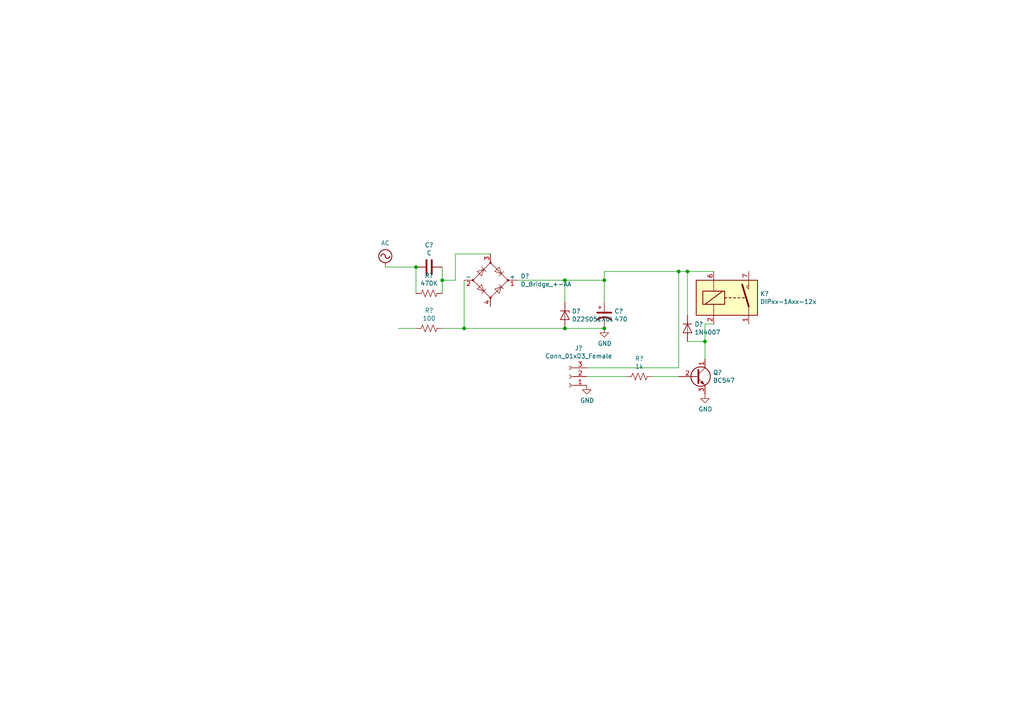
<source format=kicad_sch>
(kicad_sch (version 20211123) (generator eeschema)
  (paper "A4")
  (lib_symbols
    (symbol "proxima-rescue:1N4007-Diode" (pin_numbers hide) (pin_names (offset 1.016) hide)
      (property "Reference" "D" (at 0 2.54 0))
      (property "Value" "1N4007-Diode" (at 0 -2.54 0))
      (symbol "1N4007-Diode_0_1"
        (polyline (pts (xy -1.27 1.27) (xy -1.27 -1.27)) (stroke (width 0.2032)))
        (polyline (pts (xy 1.27 0) (xy -1.27 0)))
        (polyline (pts (xy 1.27 1.27) (xy 1.27 -1.27) (xy -1.27 0) (xy 1.27 1.27)) (stroke (width 0.2032)))
      )
      (symbol "1N4007-Diode_1_1"
        (pin passive line (at -3.81 0 0) (length 2.54) (name "K") (number "1"))
        (pin passive line (at 3.81 0 180) (length 2.54) (name "A") (number "2"))
      )
    )
    (symbol "proxima-rescue:AC-power" (power) (pin_names (offset 0))
      (property "Value" "AC-power" (at 0 6.35 0))
      (symbol "AC-power_0_1"
        (polyline (pts (xy 0 0) (xy 0 1.27)))
        (arc (start 0 3.175) (mid -0.635 3.81) (end -1.27 3.175) (stroke (width 0.254)))
        (arc (start 0 3.175) (mid 0.635 2.54) (end 1.27 3.175) (stroke (width 0.254)))
        (circle (center 0 3.175) (radius 1.905) (stroke (width 0.254)))
      )
      (symbol "AC-power_1_1"
        (pin power_in line (at 0 0 90) (length 0) hide (name "AC") (number "1"))
      )
    )
    (symbol "proxima-rescue:BC547-Transistor_BJT" (pin_names (offset 0) hide)
      (property "Reference" "Q" (at 5.08 1.905 0))
      (property "Value" "BC547-Transistor_BJT" (at 5.08 0 0))
      (symbol "BC547-Transistor_BJT_0_1"
        (polyline (pts (xy 0 0) (xy 0.635 0)))
        (polyline (pts (xy 0.635 0.635) (xy 2.54 2.54)))
        (polyline (pts (xy 0.635 -0.635) (xy 2.54 -2.54) (xy 2.54 -2.54)))
        (polyline (pts (xy 0.635 1.905) (xy 0.635 -1.905) (xy 0.635 -1.905)) (stroke (width 0.508)))
        (polyline (pts (xy 1.27 -1.778) (xy 1.778 -1.27) (xy 2.286 -2.286) (xy 1.27 -1.778) (xy 1.27 -1.778)) (fill (type outline)))
        (circle (center 1.27 0) (radius 2.8194) (stroke (width 0.254)))
      )
      (symbol "BC547-Transistor_BJT_1_1"
        (pin passive line (at 2.54 5.08 270) (length 2.54) (name "C") (number "1"))
        (pin input line (at -5.08 0 0) (length 5.08) (name "B") (number "2"))
        (pin passive line (at 2.54 -5.08 90) (length 2.54) (name "E") (number "3"))
      )
    )
    (symbol "proxima-rescue:C-Device" (pin_numbers hide) (pin_names (offset 0.254))
      (property "Reference" "C" (at 0.635 2.54 0))
      (property "Value" "C-Device" (at 0.635 -2.54 0))
      (symbol "C-Device_0_1"
        (polyline (pts (xy -2.032 -0.762) (xy 2.032 -0.762)) (stroke (width 0.508)))
        (polyline (pts (xy -2.032 0.762) (xy 2.032 0.762)) (stroke (width 0.508)))
      )
      (symbol "C-Device_1_1"
        (pin passive line (at 0 3.81 270) (length 2.794) (name "~") (number "1"))
        (pin passive line (at 0 -3.81 90) (length 2.794) (name "~") (number "2"))
      )
    )
    (symbol "proxima-rescue:CP1-Device" (pin_numbers hide) (pin_names (offset 0.254) hide)
      (property "Reference" "C" (at 0.635 2.54 0))
      (property "Value" "CP1-Device" (at 0.635 -2.54 0))
      (symbol "CP1-Device_0_1"
        (polyline (pts (xy -2.032 0.762) (xy 2.032 0.762)) (stroke (width 0.508)))
        (polyline (pts (xy -1.778 2.286) (xy -0.762 2.286)))
        (polyline (pts (xy -1.27 1.778) (xy -1.27 2.794)))
        (arc (start 2.032 -1.27) (mid 0 -0.5572) (end -2.032 -1.27) (stroke (width 0.508)))
      )
      (symbol "CP1-Device_1_1"
        (pin passive line (at 0 3.81 270) (length 2.794) (name "~") (number "1"))
        (pin passive line (at 0 -3.81 90) (length 3.302) (name "~") (number "2"))
      )
    )
    (symbol "proxima-rescue:Conn_01x03_Female-Connector" (pin_names (offset 1.016) hide)
      (property "Reference" "J" (at 0 5.08 0))
      (property "Value" "Conn_01x03_Female-Connector" (at 0 -5.08 0))
      (symbol "Conn_01x03_Female-Connector_1_1"
        (arc (start 0 -2.032) (mid -0.508 -2.54) (end 0 -3.048) (stroke (width 0.1524)))
        (polyline (pts (xy -1.27 -2.54) (xy -0.508 -2.54)) (stroke (width 0.1524)))
        (polyline (pts (xy -1.27 0) (xy -0.508 0)) (stroke (width 0.1524)))
        (polyline (pts (xy -1.27 2.54) (xy -0.508 2.54)) (stroke (width 0.1524)))
        (arc (start 0 0.508) (mid -0.508 0) (end 0 -0.508) (stroke (width 0.1524)))
        (arc (start 0 3.048) (mid -0.508 2.54) (end 0 2.032) (stroke (width 0.1524)))
        (pin passive line (at -5.08 2.54 0) (length 3.81) (name "Pin_1") (number "1"))
        (pin passive line (at -5.08 0 0) (length 3.81) (name "Pin_2") (number "2"))
        (pin passive line (at -5.08 -2.54 0) (length 3.81) (name "Pin_3") (number "3"))
      )
    )
    (symbol "proxima-rescue:DIPxx-1Axx-12x-Relay"
      (property "Reference" "K" (at 8.89 3.81 0))
      (property "Value" "DIPxx-1Axx-12x-Relay" (at 8.89 1.27 0))
      (symbol "DIPxx-1Axx-12x-Relay_0_0"
        (polyline (pts (xy 5.08 5.08) (xy 5.08 2.54) (xy 4.445 3.175) (xy 5.08 3.81)))
      )
      (symbol "DIPxx-1Axx-12x-Relay_0_1"
        (rectangle (start -10.16 5.08) (end 7.62 -5.08) (stroke (width 0.254)) (fill (type background)))
        (rectangle (start -8.255 1.905) (end -1.905 -1.905) (stroke (width 0.254)))
        (polyline (pts (xy -7.62 -1.905) (xy -2.54 1.905)) (stroke (width 0.254)))
        (polyline (pts (xy -5.08 -5.08) (xy -5.08 -1.905)))
        (polyline (pts (xy -5.08 5.08) (xy -5.08 1.905)))
        (polyline (pts (xy -1.905 0) (xy -1.27 0)) (stroke (width 0.254)))
        (polyline (pts (xy -0.635 0) (xy 0 0)) (stroke (width 0.254)))
        (polyline (pts (xy 0.635 0) (xy 1.27 0)) (stroke (width 0.254)))
        (polyline (pts (xy 1.905 0) (xy 2.54 0)) (stroke (width 0.254)))
        (polyline (pts (xy 3.175 0) (xy 3.81 0)) (stroke (width 0.254)))
        (polyline (pts (xy 5.08 -2.54) (xy 3.175 3.81)) (stroke (width 0.508)))
        (polyline (pts (xy 5.08 -2.54) (xy 5.08 -5.08)))
      )
      (symbol "DIPxx-1Axx-12x-Relay_1_1"
        (pin passive line (at 5.08 -7.62 90) (length 2.54) (name "~") (number "1"))
        (pin passive line (at -5.08 -7.62 90) (length 2.54) hide (name "~") (number "13"))
        (pin passive line (at 5.08 -7.62 90) (length 2.54) hide (name "~") (number "14"))
        (pin passive line (at -5.08 -7.62 90) (length 2.54) (name "~") (number "2"))
        (pin passive line (at -5.08 7.62 270) (length 2.54) (name "~") (number "6"))
        (pin passive line (at 5.08 7.62 270) (length 2.54) (name "~") (number "7"))
        (pin passive line (at 5.08 7.62 270) (length 2.54) hide (name "~") (number "8"))
      )
    )
    (symbol "proxima-rescue:DZ2S051X0L-Diode" (pin_numbers hide) (pin_names (offset 1.016) hide)
      (property "Reference" "D" (at 0 2.54 0))
      (property "Value" "DZ2S051X0L-Diode" (at 0 -2.54 0))
      (symbol "DZ2S051X0L-Diode_0_1"
        (polyline (pts (xy 1.27 0) (xy -1.27 0)))
        (polyline (pts (xy -1.27 -1.27) (xy -1.27 1.27) (xy -0.762 1.27)) (stroke (width 0.2032)))
        (polyline (pts (xy 1.27 -1.27) (xy 1.27 1.27) (xy -1.27 0) (xy 1.27 -1.27)) (stroke (width 0.2032)))
      )
      (symbol "DZ2S051X0L-Diode_1_1"
        (pin passive line (at -3.81 0 0) (length 2.54) (name "K") (number "1"))
        (pin passive line (at 3.81 0 180) (length 2.54) (name "A") (number "2"))
      )
    )
    (symbol "proxima-rescue:D_Bridge_+-AA-Device" (pin_names (offset 0))
      (property "Reference" "D" (at 2.54 6.985 0))
      (property "Value" "D_Bridge_+-AA-Device" (at 2.54 5.08 0))
      (symbol "D_Bridge_+-AA-Device_0_1"
        (circle (center -5.08 0) (radius 0.254) (fill (type outline)))
        (circle (center 0 -5.08) (radius 0.254) (fill (type outline)))
        (polyline (pts (xy -2.54 3.81) (xy -1.27 2.54)))
        (polyline (pts (xy -1.27 -2.54) (xy -2.54 -3.81)))
        (polyline (pts (xy 2.54 -1.27) (xy 3.81 -2.54)))
        (polyline (pts (xy 2.54 1.27) (xy 3.81 2.54)))
        (polyline (pts (xy -3.81 2.54) (xy -2.54 1.27) (xy -1.905 3.175) (xy -3.81 2.54)))
        (polyline (pts (xy -2.54 -1.27) (xy -3.81 -2.54) (xy -1.905 -3.175) (xy -2.54 -1.27)))
        (polyline (pts (xy 1.27 2.54) (xy 2.54 3.81) (xy 3.175 1.905) (xy 1.27 2.54)))
        (polyline (pts (xy 3.175 -1.905) (xy 1.27 -2.54) (xy 2.54 -3.81) (xy 3.175 -1.905)))
        (polyline (pts (xy -5.08 0) (xy 0 -5.08) (xy 5.08 0) (xy 0 5.08) (xy -5.08 0)))
        (circle (center 0 5.08) (radius 0.254) (fill (type outline)))
        (circle (center 5.08 0) (radius 0.254) (fill (type outline)))
      )
      (symbol "D_Bridge_+-AA-Device_1_1"
        (pin passive line (at 7.62 0 180) (length 2.54) (name "+") (number "1"))
        (pin passive line (at -7.62 0 0) (length 2.54) (name "-") (number "2"))
        (pin passive line (at 0 7.62 270) (length 2.54) (name "~") (number "3"))
        (pin passive line (at 0 -7.62 90) (length 2.54) (name "~") (number "4"))
      )
    )
    (symbol "proxima-rescue:GND-power" (power) (pin_names (offset 0))
      (property "Value" "GND-power" (at 0 -3.81 0))
      (symbol "GND-power_0_1"
        (polyline (pts (xy 0 0) (xy 0 -1.27) (xy 1.27 -1.27) (xy 0 -2.54) (xy -1.27 -1.27) (xy 0 -1.27)))
      )
      (symbol "GND-power_1_1"
        (pin power_in line (at 0 0 270) (length 0) hide (name "GND") (number "1"))
      )
    )
    (symbol "proxima-rescue:R_US-Device" (pin_numbers hide) (pin_names (offset 0))
      (property "Reference" "R" (at 2.54 0 90))
      (property "Value" "R_US-Device" (at -2.54 0 90))
      (symbol "R_US-Device_0_1"
        (polyline (pts (xy 0 -2.286) (xy 0 -2.54)))
        (polyline (pts (xy 0 2.286) (xy 0 2.54)))
        (polyline (pts (xy 0 -0.762) (xy 1.016 -1.143) (xy 0 -1.524) (xy -1.016 -1.905) (xy 0 -2.286)))
        (polyline (pts (xy 0 0.762) (xy 1.016 0.381) (xy 0 0) (xy -1.016 -0.381) (xy 0 -0.762)))
        (polyline (pts (xy 0 2.286) (xy 1.016 1.905) (xy 0 1.524) (xy -1.016 1.143) (xy 0 0.762)))
      )
      (symbol "R_US-Device_1_1"
        (pin passive line (at 0 3.81 270) (length 1.27) (name "~") (number "1"))
        (pin passive line (at 0 -3.81 90) (length 1.27) (name "~") (number "2"))
      )
    )
  )
  (junction (at 163.83 95.25))
  (junction (at 128.27 81.28))
  (junction (at 204.47 99.06))
  (junction (at 163.83 81.28))
  (junction (at 175.26 95.25))
  (junction (at 175.26 81.28))
  (junction (at 134.62 95.25))
  (junction (at 196.85 78.74))
  (junction (at 120.65 77.47))
  (junction (at 199.39 78.74))
  (wire (pts (xy 175.26 81.28) (xy 163.83 81.28)))
  (wire (pts (xy 111.76 77.47) (xy 120.65 77.47)))
  (wire (pts (xy 207.01 78.74) (xy 199.39 78.74)))
  (wire (pts (xy 128.27 81.28) (xy 128.27 77.47)))
  (wire (pts (xy 128.27 85.09) (xy 128.27 81.28)))
  (wire (pts (xy 132.08 73.66) (xy 132.08 81.28)))
  (wire (pts (xy 163.83 95.25) (xy 175.26 95.25)))
  (wire (pts (xy 175.26 87.63) (xy 175.26 81.28)))
  (wire (pts (xy 189.23 109.22) (xy 196.85 109.22)))
  (wire (pts (xy 196.85 78.74) (xy 175.26 78.74)))
  (wire (pts (xy 134.62 95.25) (xy 134.62 81.28)))
  (wire (pts (xy 204.47 93.98) (xy 204.47 99.06)))
  (wire (pts (xy 170.18 109.22) (xy 181.61 109.22)))
  (wire (pts (xy 163.83 81.28) (xy 163.83 87.63)))
  (wire (pts (xy 142.24 73.66) (xy 132.08 73.66)))
  (wire (pts (xy 120.65 95.25) (xy 115.57 95.25)))
  (wire (pts (xy 196.85 106.68) (xy 170.18 106.68)))
  (wire (pts (xy 132.08 81.28) (xy 128.27 81.28)))
  (wire (pts (xy 199.39 99.06) (xy 204.47 99.06)))
  (wire (pts (xy 199.39 78.74) (xy 196.85 78.74)))
  (wire (pts (xy 149.86 81.28) (xy 163.83 81.28)))
  (wire (pts (xy 120.65 85.09) (xy 120.65 77.47)))
  (wire (pts (xy 204.47 99.06) (xy 204.47 104.14)))
  (wire (pts (xy 163.83 95.25) (xy 134.62 95.25)))
  (wire (pts (xy 199.39 91.44) (xy 199.39 78.74)))
  (wire (pts (xy 134.62 95.25) (xy 128.27 95.25)))
  (wire (pts (xy 204.47 93.98) (xy 207.01 93.98)))
  (wire (pts (xy 196.85 78.74) (xy 196.85 106.68)))
  (wire (pts (xy 175.26 78.74) (xy 175.26 81.28)))
  (symbol (lib_id "proxima-rescue:C-Device") (at 124.46 77.47 270) (unit 1)
    (property "Reference" "C?" (at 124.46 71.0692 90))
    (property "Value" "C" (at 124.46 73.3806 90))
  )
  (symbol (lib_id "proxima-rescue:CP1-Device") (at 175.26 91.44 0) (unit 1)
    (property "Reference" "C?" (at 178.181 90.2716 0) (effects (justify left)))
    (property "Value" "470" (at 178.181 92.583 0) (effects (justify left)))
  )
  (symbol (lib_id "proxima-rescue:D_Bridge_+-AA-Device") (at 142.24 81.28 0) (unit 1)
    (property "Reference" "D?" (at 150.9776 80.1116 0) (effects (justify left)))
    (property "Value" "D_Bridge_+-AA" (at 150.9776 82.423 0) (effects (justify left)))
  )
  (symbol (lib_id "proxima-rescue:DZ2S051X0L-Diode") (at 163.83 91.44 270) (unit 1)
    (property "Reference" "D?" (at 165.8366 90.2716 90) (effects (justify left)))
    (property "Value" "DZ2S051X0L" (at 165.8366 92.583 90) (effects (justify left)))
    (property "Footprint" "Diode_SMD:D_SOD-523" (effects hide))
    (property "Datasheet" "https://industrial.panasonic.com/content/data/SC/ds/ds4/DZ2S05100L_E.pdf" (effects hide))
  )
  (symbol (lib_id "proxima-rescue:R_US-Device") (at 124.46 85.09 270) (unit 1)
    (property "Reference" "R?" (at 124.46 79.883 90))
    (property "Value" "470K" (at 124.46 82.1944 90))
  )
  (symbol (lib_id "proxima-rescue:R_US-Device") (at 124.46 95.25 270) (unit 1)
    (property "Reference" "R?" (at 124.46 90.043 90))
    (property "Value" "100" (at 124.46 92.3544 90))
  )
  (symbol (lib_id "proxima-rescue:AC-power") (at 111.76 77.47 0) (unit 1)
    (property "Reference" "#PWR?" (effects hide))
    (property "Value" "AC" (at 111.76 70.485 0))
  )
  (symbol (lib_id "proxima-rescue:DIPxx-1Axx-12x-Relay") (at 212.09 86.36 0) (unit 1)
    (property "Reference" "K?" (at 220.472 85.1916 0) (effects (justify left)))
    (property "Value" "DIPxx-1Axx-12x" (at 220.472 87.503 0) (effects (justify left)))
    (property "Footprint" "Relay_THT:Relay_StandexMeder_DIP_LowProfile" (effects hide))
    (property "Datasheet" "https://standexelectronics.com/wp-content/uploads/datasheet_reed_relay_DIP.pdf" (effects hide))
  )
  (symbol (lib_id "proxima-rescue:BC547-Transistor_BJT") (at 201.93 109.22 0) (unit 1)
    (property "Reference" "Q?" (at 206.7814 108.0516 0) (effects (justify left)))
    (property "Value" "BC547" (at 206.7814 110.363 0) (effects (justify left)))
    (property "Footprint" "Package_TO_SOT_THT:TO-92_Inline" (effects hide))
    (property "Datasheet" "http://www.fairchildsemi.com/ds/BC/BC547.pdf" (effects hide))
  )
  (symbol (lib_id "proxima-rescue:Conn_01x03_Female-Connector") (at 165.1 109.22 180) (unit 1)
    (property "Reference" "J?" (at 167.8432 100.965 0))
    (property "Value" "Conn_01x03_Female" (at 167.8432 103.2764 0))
  )
  (symbol (lib_id "proxima-rescue:R_US-Device") (at 185.42 109.22 270) (unit 1)
    (property "Reference" "R?" (at 185.42 104.013 90))
    (property "Value" "1k" (at 185.42 106.3244 90))
  )
  (symbol (lib_id "proxima-rescue:GND-power") (at 175.26 95.25 0) (unit 1)
    (property "Reference" "#PWR?" (effects hide))
    (property "Value" "GND" (at 175.387 99.6442 0))
  )
  (symbol (lib_id "proxima-rescue:GND-power") (at 204.47 114.3 0) (unit 1)
    (property "Reference" "#PWR?" (effects hide))
    (property "Value" "GND" (at 204.597 118.6942 0))
  )
  (symbol (lib_id "proxima-rescue:GND-power") (at 170.18 111.76 0) (unit 1)
    (property "Reference" "#PWR?" (effects hide))
    (property "Value" "GND" (at 170.307 116.1542 0))
  )
  (symbol (lib_id "proxima-rescue:1N4007-Diode") (at 199.39 95.25 270) (unit 1)
    (property "Reference" "D?" (at 201.3966 94.0816 90) (effects (justify left)))
    (property "Value" "1N4007" (at 201.3966 96.393 90) (effects (justify left)))
    (property "Footprint" "Diode_THT:D_DO-41_SOD81_P10.16mm_Horizontal" (effects hide))
    (property "Datasheet" "http://www.vishay.com/docs/88503/1n4001.pdf" (effects hide))
  )
)
</source>
